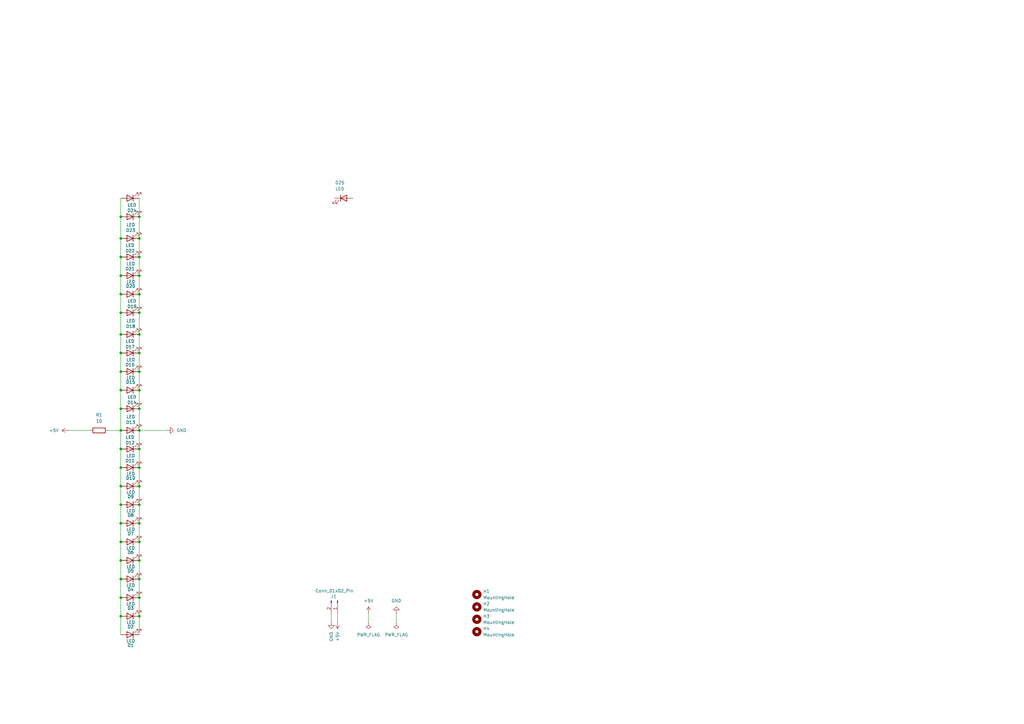
<source format=kicad_sch>
(kicad_sch (version 20231120) (generator "eeschema") (generator_version "8.0")
  (paper "A3")
  (lib_symbols
    (symbol "Connector:Conn_01x02_Pin" (pin_names (offset 1.016) hide)
      (property "Reference" "J" (at 0 2.54 0))
      (property "Value" "Conn_01x02_Pin" (at 0 -5.08 0))
      (symbol "Conn_01x02_Pin_1_1"
        (polyline (pts (xy 1.27 -2.54) (xy 0.8636 -2.54)) (stroke (width 0.1524)))
        (polyline (pts (xy 1.27 0) (xy 0.8636 0)) (stroke (width 0.1524)))
        (rectangle (start 0.8636 -2.413) (end 0 -2.667) (stroke (width 0.1524)) (fill (type outline)))
        (rectangle (start 0.8636 0.127) (end 0 -0.127) (stroke (width 0.1524)) (fill (type outline)))
        (pin passive line (at 5.08 0 180) (length 3.81) (name "Pin_1") (number "1"))
        (pin passive line (at 5.08 -2.54 180) (length 3.81) (name "Pin_2") (number "2"))
      )
    )
    (symbol "Device:LED" (pin_numbers hide) (pin_names (offset 1.016) hide)
      (property "Reference" "D" (at 0 2.54 0))
      (property "Value" "LED" (at 0 -2.54 0))
      (symbol "LED_0_1"
        (polyline (pts (xy -1.27 -1.27) (xy -1.27 1.27)) (stroke (width 0.254)))
        (polyline (pts (xy -1.27 0) (xy 1.27 0)))
        (polyline (pts (xy 1.27 -1.27) (xy 1.27 1.27) (xy -1.27 0) (xy 1.27 -1.27)) (stroke (width 0.254)))
        (polyline (pts (xy -3.048 -0.762) (xy -4.572 -2.286) (xy -3.81 -2.286) (xy -4.572 -2.286) (xy -4.572 -1.524)))
        (polyline (pts (xy -1.778 -0.762) (xy -3.302 -2.286) (xy -2.54 -2.286) (xy -3.302 -2.286) (xy -3.302 -1.524)))
      )
      (symbol "LED_1_1"
        (pin passive line (at -3.81 0 0) (length 2.54) (name "K") (number "1"))
        (pin passive line (at 3.81 0 180) (length 2.54) (name "A") (number "2"))
      )
    )
    (symbol "Device:R" (pin_numbers hide) (pin_names (offset 0))
      (property "Reference" "R" (at 2.032 0 90))
      (property "Value" "R" (at 0 0 90))
      (symbol "R_0_1"
        (rectangle (start -1.016 -2.54) (end 1.016 2.54) (stroke (width 0.254)))
      )
      (symbol "R_1_1"
        (pin passive line (at 0 3.81 270) (length 1.27) (name "~") (number "1"))
        (pin passive line (at 0 -3.81 90) (length 1.27) (name "~") (number "2"))
      )
    )
    (symbol "Mechanical:MountingHole" (pin_names (offset 1.016)) (exclude_from_sim yes) (in_bom no)
      (property "Reference" "H" (at 0 5.08 0))
      (property "Value" "MountingHole" (at 0 3.175 0))
      (symbol "MountingHole_0_1"
        (circle (center 0 0) (radius 1.27) (stroke (width 1.27)))
      )
    )
    (symbol "power:+5V" (power) (pin_numbers hide) (pin_names (offset 0) hide)
      (property "Value" "+5V" (at 0 3.556 0))
      (symbol "+5V_0_1"
        (polyline (pts (xy -0.762 1.27) (xy 0 2.54)))
        (polyline (pts (xy 0 0) (xy 0 2.54)))
        (polyline (pts (xy 0 2.54) (xy 0.762 1.27)))
      )
      (symbol "+5V_1_1"
        (pin power_in line (at 0 0 90) (length 0) (name "~") (number "1"))
      )
    )
    (symbol "power:GND" (power) (pin_numbers hide) (pin_names (offset 0) hide)
      (property "Value" "GND" (at 0 -3.81 0))
      (symbol "GND_0_1"
        (polyline (pts (xy 0 0) (xy 0 -1.27) (xy 1.27 -1.27) (xy 0 -2.54) (xy -1.27 -1.27) (xy 0 -1.27)))
      )
      (symbol "GND_1_1"
        (pin power_in line (at 0 0 270) (length 0) (name "~") (number "1"))
      )
    )
    (symbol "power:PWR_FLAG" (power) (pin_numbers hide) (pin_names (offset 0) hide)
      (property "Value" "PWR_FLAG" (at 0 3.81 0))
      (symbol "PWR_FLAG_0_0"
        (pin power_out line (at 0 0 90) (length 0) (name "~") (number "1"))
      )
      (symbol "PWR_FLAG_0_1"
        (polyline (pts (xy 0 0) (xy 0 1.27) (xy -1.016 1.905) (xy 0 2.54) (xy 1.016 1.905) (xy 0 1.27)))
      )
    )
  )
  (junction (at 49.53 199.39))
  (junction (at 49.53 237.49))
  (junction (at 49.53 229.87))
  (junction (at 57.15 97.79))
  (junction (at 57.15 199.39))
  (junction (at 49.53 167.64))
  (junction (at 57.15 113.03))
  (junction (at 57.15 160.02))
  (junction (at 49.53 144.78))
  (junction (at 49.53 176.53))
  (junction (at 57.15 214.63))
  (junction (at 57.15 128.27))
  (junction (at 57.15 229.87))
  (junction (at 49.53 88.9))
  (junction (at 57.15 137.16))
  (junction (at 49.53 245.11))
  (junction (at 49.53 97.79))
  (junction (at 49.53 191.77))
  (junction (at 57.15 191.77))
  (junction (at 57.15 222.25))
  (junction (at 49.53 137.16))
  (junction (at 49.53 113.03))
  (junction (at 49.53 120.65))
  (junction (at 57.15 184.15))
  (junction (at 49.53 222.25))
  (junction (at 57.15 105.41))
  (junction (at 49.53 152.4))
  (junction (at 49.53 252.73))
  (junction (at 57.15 237.49))
  (junction (at 57.15 245.11))
  (junction (at 49.53 207.01))
  (junction (at 49.53 105.41))
  (junction (at 49.53 184.15))
  (junction (at 49.53 214.63))
  (junction (at 57.15 144.78))
  (junction (at 57.15 176.53))
  (junction (at 57.15 167.64))
  (junction (at 49.53 128.27))
  (junction (at 57.15 88.9))
  (junction (at 57.15 207.01))
  (junction (at 57.15 120.65))
  (junction (at 57.15 152.4))
  (junction (at 57.15 252.73))
  (junction (at 49.53 160.02))
  (wire (pts (xy 57.15 128.27) (xy 57.15 120.65)))
  (wire (pts (xy 57.15 237.49) (xy 57.15 229.87)))
  (wire (pts (xy 49.53 152.4) (xy 49.53 144.78)))
  (wire (pts (xy 49.53 222.25) (xy 49.53 214.63)))
  (wire (pts (xy 57.15 214.63) (xy 57.15 207.01)))
  (wire (pts (xy 49.53 237.49) (xy 49.53 229.87)))
  (wire (pts (xy 162.56 251.46) (xy 162.56 255.27)))
  (wire (pts (xy 49.53 167.64) (xy 49.53 160.02)))
  (wire (pts (xy 49.53 176.53) (xy 49.53 167.64)))
  (wire (pts (xy 57.15 167.64) (xy 57.15 160.02)))
  (wire (pts (xy 57.15 229.87) (xy 57.15 222.25)))
  (wire (pts (xy 57.15 120.65) (xy 57.15 113.03)))
  (wire (pts (xy 57.15 176.53) (xy 57.15 167.64)))
  (wire (pts (xy 49.53 207.01) (xy 49.53 199.39)))
  (wire (pts (xy 57.15 113.03) (xy 57.15 105.41)))
  (wire (pts (xy 49.53 229.87) (xy 49.53 222.25)))
  (wire (pts (xy 57.15 207.01) (xy 57.15 199.39)))
  (wire (pts (xy 57.15 152.4) (xy 57.15 144.78)))
  (wire (pts (xy 151.13 251.46) (xy 151.13 255.27)))
  (wire (pts (xy 49.53 105.41) (xy 49.53 97.79)))
  (wire (pts (xy 135.89 251.46) (xy 135.89 255.27)))
  (wire (pts (xy 57.15 97.79) (xy 57.15 88.9)))
  (wire (pts (xy 49.53 137.16) (xy 49.53 128.27)))
  (wire (pts (xy 49.53 88.9) (xy 49.53 81.28)))
  (wire (pts (xy 57.15 144.78) (xy 57.15 137.16)))
  (wire (pts (xy 68.58 176.53) (xy 57.15 176.53)))
  (wire (pts (xy 49.53 160.02) (xy 49.53 152.4)))
  (wire (pts (xy 57.15 160.02) (xy 57.15 152.4)))
  (wire (pts (xy 49.53 199.39) (xy 49.53 191.77)))
  (wire (pts (xy 57.15 105.41) (xy 57.15 97.79)))
  (wire (pts (xy 57.15 252.73) (xy 57.15 245.11)))
  (wire (pts (xy 49.53 191.77) (xy 49.53 184.15)))
  (wire (pts (xy 49.53 176.53) (xy 44.45 176.53)))
  (wire (pts (xy 49.53 245.11) (xy 49.53 237.49)))
  (wire (pts (xy 36.83 176.53) (xy 27.94 176.53)))
  (wire (pts (xy 49.53 97.79) (xy 49.53 88.9)))
  (wire (pts (xy 49.53 128.27) (xy 49.53 120.65)))
  (wire (pts (xy 49.53 144.78) (xy 49.53 137.16)))
  (wire (pts (xy 57.15 260.35) (xy 57.15 252.73)))
  (wire (pts (xy 57.15 199.39) (xy 57.15 191.77)))
  (wire (pts (xy 49.53 252.73) (xy 49.53 245.11)))
  (wire (pts (xy 49.53 214.63) (xy 49.53 207.01)))
  (wire (pts (xy 57.15 184.15) (xy 57.15 176.53)))
  (wire (pts (xy 49.53 184.15) (xy 49.53 176.53)))
  (wire (pts (xy 57.15 191.77) (xy 57.15 184.15)))
  (wire (pts (xy 49.53 113.03) (xy 49.53 105.41)))
  (wire (pts (xy 138.43 251.46) (xy 138.43 255.27)))
  (wire (pts (xy 57.15 88.9) (xy 57.15 81.28)))
  (wire (pts (xy 49.53 260.35) (xy 49.53 252.73)))
  (wire (pts (xy 57.15 137.16) (xy 57.15 128.27)))
  (wire (pts (xy 49.53 120.65) (xy 49.53 113.03)))
  (wire (pts (xy 57.15 222.25) (xy 57.15 214.63)))
  (wire (pts (xy 57.15 245.11) (xy 57.15 237.49)))
  (symbol (lib_id "Device:LED") (at 53.34 237.49 180) (unit 1)
    (property "Reference" "D4" (at 53.594 241.808 0))
    (property "Value" "LED" (at 53.594 240.03 0))
    (property "Footprint" "LED_THT:LED_D5.0mm" (effects (hide yes)))
    (property "Description" "Light emitting diode" (effects (hide yes)))
  )
  (symbol (lib_id "Mechanical:MountingHole") (at 195.58 254 0) (unit 1) (exclude_from_sim yes) (in_bom no)
    (property "Reference" "H3" (at 198.12 252.7299 0) (effects (justify left)))
    (property "Value" "MountingHole" (at 198.12 255.2699 0) (effects (justify left)))
    (property "Footprint" "MountingHole:MountingHole_3.2mm_M3" (effects (hide yes)))
    (property "Description" "Mounting Hole without connection" (effects (hide yes)))
  )
  (symbol (lib_id "Device:LED") (at 53.34 128.27 180) (unit 1)
    (property "Reference" "D18" (at 53.594 133.858 0))
    (property "Value" "LED" (at 53.594 131.572 0))
    (property "Footprint" "LED_THT:LED_D5.0mm" (effects (hide yes)))
    (property "Description" "Light emitting diode" (effects (hide yes)))
  )
  (symbol (lib_id "Device:LED") (at 53.34 176.53 180) (unit 1)
    (property "Reference" "D12" (at 53.34 181.61 0))
    (property "Value" "LED" (at 53.34 179.324 0))
    (property "Footprint" "LED_THT:LED_D5.0mm" (effects (hide yes)))
    (property "Description" "Light emitting diode" (effects (hide yes)))
  )
  (symbol (lib_id "Device:LED") (at 53.34 184.15 180) (unit 1)
    (property "Reference" "D11" (at 53.34 188.976 0))
    (property "Value" "LED" (at 53.594 186.944 0))
    (property "Footprint" "LED_THT:LED_D5.0mm" (effects (hide yes)))
    (property "Description" "Light emitting diode" (effects (hide yes)))
  )
  (symbol (lib_id "power:+5V") (at 138.43 255.27 180) (unit 1)
    (property "Reference" "#PWR04" (effects (hide yes)))
    (property "Value" "+5V" (at 138.4301 259.08 90) (effects (justify left)))
    (property "Description" "Power symbol creates a global label with name \"+5V\"" (effects (hide yes)))
  )
  (symbol (lib_id "Device:LED") (at 53.34 160.02 180) (unit 1)
    (property "Reference" "D14" (at 54.102 165.1 0))
    (property "Value" "LED" (at 54.102 162.814 0))
    (property "Footprint" "LED_THT:LED_D5.0mm" (effects (hide yes)))
    (property "Description" "Light emitting diode" (effects (hide yes)))
  )
  (symbol (lib_id "Device:LED") (at 53.34 191.77 180) (unit 1)
    (property "Reference" "D10" (at 53.594 196.088 0))
    (property "Value" "LED" (at 53.594 194.31 0))
    (property "Footprint" "LED_THT:LED_D5.0mm" (effects (hide yes)))
    (property "Description" "Light emitting diode" (effects (hide yes)))
  )
  (symbol (lib_id "Device:LED") (at 53.34 113.03 180) (unit 1)
    (property "Reference" "D20" (at 53.594 117.348 0))
    (property "Value" "LED" (at 53.594 115.57 0))
    (property "Footprint" "LED_THT:LED_D5.0mm" (effects (hide yes)))
    (property "Description" "Light emitting diode" (effects (hide yes)))
  )
  (symbol (lib_id "Device:LED") (at 53.34 222.25 180) (unit 1)
    (property "Reference" "D6" (at 53.594 226.568 0))
    (property "Value" "LED" (at 53.594 224.79 0))
    (property "Footprint" "LED_THT:LED_D5.0mm" (effects (hide yes)))
    (property "Description" "Light emitting diode" (effects (hide yes)))
  )
  (symbol (lib_id "Device:LED") (at 53.34 120.65 180) (unit 1)
    (property "Reference" "D19" (at 54.102 125.73 0))
    (property "Value" "LED" (at 54.102 123.444 0))
    (property "Footprint" "LED_THT:LED_D5.0mm" (effects (hide yes)))
    (property "Description" "Light emitting diode" (effects (hide yes)))
  )
  (symbol (lib_id "Device:LED") (at 53.34 214.63 180) (unit 1)
    (property "Reference" "D7" (at 53.594 218.948 0))
    (property "Value" "LED" (at 53.594 217.17 0))
    (property "Footprint" "LED_THT:LED_D5.0mm" (effects (hide yes)))
    (property "Description" "Light emitting diode" (effects (hide yes)))
  )
  (symbol (lib_id "Device:LED") (at 53.34 245.11 180) (unit 1)
    (property "Reference" "D3" (at 53.594 249.428 0))
    (property "Value" "LED" (at 53.594 247.65 0))
    (property "Footprint" "LED_THT:LED_D5.0mm" (effects (hide yes)))
    (property "Description" "Light emitting diode" (effects (hide yes)))
  )
  (symbol (lib_id "power:+5V") (at 151.13 251.46 0) (unit 1)
    (property "Reference" "#PWR05" (effects (hide yes)))
    (property "Value" "+5V" (at 151.13 246.38 0))
    (property "Description" "Power symbol creates a global label with name \"+5V\"" (effects (hide yes)))
  )
  (symbol (lib_id "power:PWR_FLAG") (at 151.13 255.27 180) (unit 1)
    (property "Reference" "#FLG01" (effects (hide yes)))
    (property "Value" "PWR_FLAG" (at 151.13 260.35 0))
    (property "Description" "Special symbol for telling ERC where power comes from" (effects (hide yes)))
  )
  (symbol (lib_id "power:+5V") (at 27.94 176.53 90) (unit 1)
    (property "Reference" "#PWR02" (effects (hide yes)))
    (property "Value" "+5V" (at 24.13 176.5301 90) (effects (justify left)))
    (property "Description" "Power symbol creates a global label with name \"+5V\"" (effects (hide yes)))
  )
  (symbol (lib_id "Device:LED") (at 53.34 88.9 180) (unit 1)
    (property "Reference" "D23" (at 53.594 94.488 0))
    (property "Value" "LED" (at 53.594 92.202 0))
    (property "Footprint" "LED_THT:LED_D5.0mm" (effects (hide yes)))
    (property "Description" "Light emitting diode" (effects (hide yes)))
  )
  (symbol (lib_id "Device:LED") (at 53.34 105.41 180) (unit 1)
    (property "Reference" "D21" (at 53.34 110.236 0))
    (property "Value" "LED" (at 53.594 108.204 0))
    (property "Footprint" "LED_THT:LED_D5.0mm" (effects (hide yes)))
    (property "Description" "Light emitting diode" (effects (hide yes)))
  )
  (symbol (lib_id "Mechanical:MountingHole") (at 195.58 243.84 0) (unit 1) (exclude_from_sim yes) (in_bom no)
    (property "Reference" "H1" (at 198.12 242.5699 0) (effects (justify left)))
    (property "Value" "MountingHole" (at 198.12 245.1099 0) (effects (justify left)))
    (property "Footprint" "MountingHole:MountingHole_3.2mm_M3" (effects (hide yes)))
    (property "Description" "Mounting Hole without connection" (effects (hide yes)))
  )
  (symbol (lib_id "power:GND") (at 68.58 176.53 90) (unit 1)
    (property "Reference" "#PWR01" (effects (hide yes)))
    (property "Value" "GND" (at 72.39 176.5301 90) (effects (justify right)))
    (property "Description" "Power symbol creates a global label with name \"GND\" , ground" (effects (hide yes)))
  )
  (symbol (lib_id "Device:LED") (at 53.34 207.01 180) (unit 1)
    (property "Reference" "D8" (at 53.594 211.328 0))
    (property "Value" "LED" (at 53.594 209.55 0))
    (property "Footprint" "LED_THT:LED_D5.0mm" (effects (hide yes)))
    (property "Description" "Light emitting diode" (effects (hide yes)))
  )
  (symbol (lib_id "Device:LED") (at 53.34 97.79 180) (unit 1)
    (property "Reference" "D22" (at 53.34 102.87 0))
    (property "Value" "LED" (at 53.34 100.584 0))
    (property "Footprint" "LED_THT:LED_D5.0mm" (effects (hide yes)))
    (property "Description" "Light emitting diode" (effects (hide yes)))
  )
  (symbol (lib_id "Device:LED") (at 53.34 144.78 180) (unit 1)
    (property "Reference" "D16" (at 53.34 149.606 0))
    (property "Value" "LED" (at 53.594 147.574 0))
    (property "Footprint" "LED_THT:LED_D5.0mm" (effects (hide yes)))
    (property "Description" "Light emitting diode" (effects (hide yes)))
  )
  (symbol (lib_id "power:GND") (at 135.89 255.27 0) (unit 1)
    (property "Reference" "#PWR03" (effects (hide yes)))
    (property "Value" "GND" (at 135.8901 259.08 90) (effects (justify right)))
    (property "Description" "Power symbol creates a global label with name \"GND\" , ground" (effects (hide yes)))
  )
  (symbol (lib_id "Device:R") (at 40.64 176.53 270) (unit 1)
    (property "Reference" "R1" (at 40.64 170.18 90))
    (property "Value" "10" (at 40.64 172.72 90))
    (property "Footprint" "Resistor_THT:R_Axial_DIN0207_L6.3mm_D2.5mm_P10.16mm_Horizontal" (effects (hide yes)))
    (property "Description" "Resistor" (effects (hide yes)))
  )
  (symbol (lib_id "Mechanical:MountingHole") (at 195.58 259.08 0) (unit 1) (exclude_from_sim yes) (in_bom no)
    (property "Reference" "H4" (at 198.12 257.8099 0) (effects (justify left)))
    (property "Value" "MountingHole" (at 198.12 260.3499 0) (effects (justify left)))
    (property "Footprint" "MountingHole:MountingHole_3.2mm_M3" (effects (hide yes)))
    (property "Description" "Mounting Hole without connection" (effects (hide yes)))
  )
  (symbol (lib_id "Device:LED") (at 53.34 167.64 180) (unit 1)
    (property "Reference" "D13" (at 53.594 173.228 0))
    (property "Value" "LED" (at 53.594 170.942 0))
    (property "Footprint" "LED_THT:LED_D5.0mm" (effects (hide yes)))
    (property "Description" "Light emitting diode" (effects (hide yes)))
  )
  (symbol (lib_id "Device:LED") (at 140.97 81.28 0) (unit 1)
    (property "Reference" "D25" (at 139.3825 74.93 0))
    (property "Value" "LED" (at 139.3825 77.47 0))
    (property "Description" "Light emitting diode" (effects (hide yes)))
  )
  (symbol (lib_id "Device:LED") (at 53.34 81.28 180) (unit 1)
    (property "Reference" "D24" (at 54.102 86.36 0))
    (property "Value" "LED" (at 54.102 84.074 0))
    (property "Footprint" "LED_THT:LED_D5.0mm" (effects (hide yes)))
    (property "Description" "Light emitting diode" (effects (hide yes)))
  )
  (symbol (lib_id "Mechanical:MountingHole") (at 195.58 248.92 0) (unit 1) (exclude_from_sim yes) (in_bom no)
    (property "Reference" "H2" (at 198.12 247.6499 0) (effects (justify left)))
    (property "Value" "MountingHole" (at 198.12 250.1899 0) (effects (justify left)))
    (property "Footprint" "MountingHole:MountingHole_3.2mm_M3" (effects (hide yes)))
    (property "Description" "Mounting Hole without connection" (effects (hide yes)))
  )
  (symbol (lib_id "Device:LED") (at 53.34 137.16 180) (unit 1)
    (property "Reference" "D17" (at 53.34 142.24 0))
    (property "Value" "LED" (at 53.34 139.954 0))
    (property "Footprint" "LED_THT:LED_D5.0mm" (effects (hide yes)))
    (property "Description" "Light emitting diode" (effects (hide yes)))
  )
  (symbol (lib_id "Connector:Conn_01x02_Pin") (at 138.43 246.38 270) (unit 1)
    (property "Reference" "J1" (at 136.906 244.602 90))
    (property "Value" "Conn_01x02_Pin" (at 137.16 242.316 90))
    (property "Footprint" "Connector_PinHeader_2.54mm:PinHeader_1x02_P2.54mm_Vertical" (effects (hide yes)))
    (property "Description" "Generic connector, single row, 01x02, script generated" (effects (hide yes)))
  )
  (symbol (lib_id "power:PWR_FLAG") (at 162.56 255.27 180) (unit 1)
    (property "Reference" "#FLG02" (effects (hide yes)))
    (property "Value" "PWR_FLAG" (at 162.56 260.35 0))
    (property "Description" "Special symbol for telling ERC where power comes from" (effects (hide yes)))
  )
  (symbol (lib_id "Device:LED") (at 53.34 252.73 180) (unit 1)
    (property "Reference" "D2" (at 53.594 257.048 0))
    (property "Value" "LED" (at 53.594 255.27 0))
    (property "Footprint" "LED_THT:LED_D5.0mm" (effects (hide yes)))
    (property "Description" "Light emitting diode" (effects (hide yes)))
  )
  (symbol (lib_id "power:GND") (at 162.56 251.46 180) (unit 1)
    (property "Reference" "#PWR06" (effects (hide yes)))
    (property "Value" "GND" (at 162.56 246.38 0))
    (property "Description" "Power symbol creates a global label with name \"GND\" , ground" (effects (hide yes)))
  )
  (symbol (lib_id "Device:LED") (at 53.34 199.39 180) (unit 1)
    (property "Reference" "D9" (at 53.594 203.708 0))
    (property "Value" "LED" (at 53.594 201.93 0))
    (property "Footprint" "LED_THT:LED_D5.0mm" (effects (hide yes)))
    (property "Description" "Light emitting diode" (effects (hide yes)))
  )
  (symbol (lib_id "Device:LED") (at 53.34 229.87 180) (unit 1)
    (property "Reference" "D5" (at 53.594 234.188 0))
    (property "Value" "LED" (at 53.594 232.41 0))
    (property "Footprint" "LED_THT:LED_D5.0mm" (effects (hide yes)))
    (property "Description" "Light emitting diode" (effects (hide yes)))
  )
  (symbol (lib_id "Device:LED") (at 53.34 260.35 180) (unit 1)
    (property "Reference" "D1" (at 53.594 264.668 0))
    (property "Value" "LED" (at 53.594 262.89 0))
    (property "Footprint" "LED_THT:LED_D5.0mm" (effects (hide yes)))
    (property "Description" "Light emitting diode" (effects (hide yes)))
  )
  (symbol (lib_id "Device:LED") (at 53.34 152.4 180) (unit 1)
    (property "Reference" "D15" (at 53.594 156.718 0))
    (property "Value" "LED" (at 53.594 154.94 0))
    (property "Footprint" "LED_THT:LED_D5.0mm" (effects (hide yes)))
    (property "Description" "Light emitting diode" (effects (hide yes)))
  )
)
</source>
